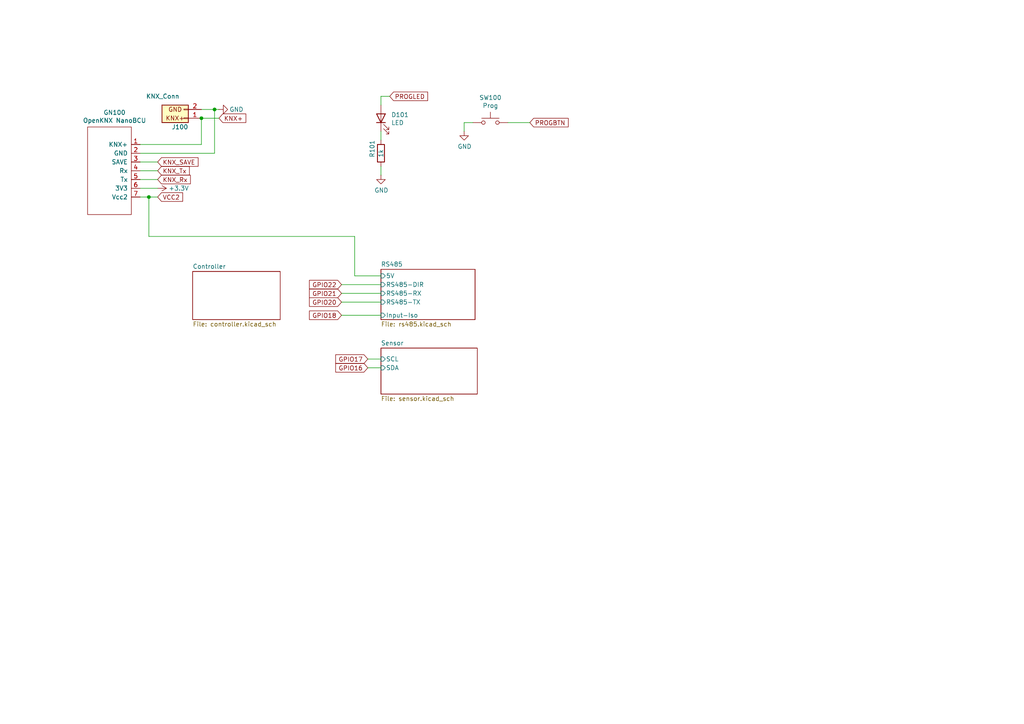
<source format=kicad_sch>
(kicad_sch (version 20231120) (generator "eeschema") (generator_version "8.0")
  (paper "A4")
  (title_block (title "UP1-GW-RS485") (date "2025-09-19") (rev "V00.10") (company "OpenKNX") (comment 1 "by Ing-Dom <dom@ing-dom.de>") (comment 2 "OpenKNX Open Hardware under CC BY-NC-SA 4.0") (comment 3 "Isolated RS485 Master with isolated Binary Input and I2C Sensor support") (comment 4 "https://OpenKNX.de"))
  (lib_symbols
    (symbol "Device:LED" (pin_numbers hide) (pin_names (offset 1.016) hide)
      (property "Reference" "D" (at 0 2.54 0))
      (property "Value" "LED" (at 0 -2.54 0))
      (symbol "LED_0_1"
        (polyline (pts (xy -1.27 -1.27) (xy -1.27 1.27)) (stroke (width 0.254)))
        (polyline (pts (xy -1.27 0) (xy 1.27 0)))
        (polyline (pts (xy 1.27 -1.27) (xy 1.27 1.27) (xy -1.27 0) (xy 1.27 -1.27)) (stroke (width 0.254)))
        (polyline (pts (xy -3.048 -0.762) (xy -4.572 -2.286) (xy -3.81 -2.286) (xy -4.572 -2.286) (xy -4.572 -1.524)))
        (polyline (pts (xy -1.778 -0.762) (xy -3.302 -2.286) (xy -2.54 -2.286) (xy -3.302 -2.286) (xy -3.302 -1.524)))
      )
      (symbol "LED_1_1"
        (pin passive line (at -3.81 0 0) (length 2.54) (name "K") (number "1"))
        (pin passive line (at 3.81 0 180) (length 2.54) (name "A") (number "2"))
      )
    )
    (symbol "Device:R" (pin_numbers hide) (pin_names (offset 0))
      (property "Reference" "R" (at 2.032 0 90))
      (property "Value" "R" (at 0 0 90))
      (symbol "R_0_1"
        (rectangle (start -1.016 -2.54) (end 1.016 2.54) (stroke (width 0.254)))
      )
      (symbol "R_1_1"
        (pin passive line (at 0 3.81 270) (length 1.27) (name "~") (number "1"))
        (pin passive line (at 0 -3.81 90) (length 1.27) (name "~") (number "2"))
      )
    )
    (symbol "OpenKNX:Conn_KNX" (pin_names (offset 1.016) hide)
      (property "Reference" "J" (at 0 2.54 0))
      (property "Value" "Conn_KNX" (at 0 -5.08 0))
      (symbol "Conn_KNX_0_0"
        (text "GND" (at 2.54 -2.54 0) (effects (font (size 1.27 1.27))))
        (text "KNX+" (at 2.54 0 0) (effects (font (size 1.27 1.27))))
      )
      (symbol "Conn_KNX_1_1"
        (rectangle (start -1.27 -2.413) (end 0 -2.667) (stroke (width 0.1524)))
        (rectangle (start -1.27 0.127) (end 0 -0.127) (stroke (width 0.1524)))
        (rectangle (start -1.27 1.27) (end 6.35 -3.81) (stroke (width 0.254)) (fill (type background)))
        (pin passive line (at -5.08 0 0) (length 3.81) (name "Pin_1") (number "1"))
        (pin passive line (at -5.08 -2.54 0) (length 3.81) (name "Pin_2") (number "2"))
      )
    )
    (symbol "OpenKNX:OpenKNX_BCU" (pin_names (offset 1.016))
      (property "Reference" "GN" (at -5.08 13.97 0))
      (property "Value" "OpenKNX_BCU" (at -3.175 0 90))
      (symbol "OpenKNX_BCU_0_1"
        (rectangle (start 6.35 12.7) (end -6.35 -12.7))
      )
      (symbol "OpenKNX_BCU_1_1"
        (pin bidirectional line (at 8.89 7.62 180) (length 2.54) (name "KNX+") (number "1"))
        (pin bidirectional line (at 8.89 5.08 180) (length 2.54) (name "GND") (number "2"))
        (pin output line (at 8.89 2.54 180) (length 2.54) (name "SAVE") (number "3"))
        (pin input line (at 8.89 0 180) (length 2.54) (name "Rx") (number "4"))
        (pin output line (at 8.89 -2.54 180) (length 2.54) (name "Tx") (number "5"))
        (pin power_out line (at 8.89 -5.08 180) (length 2.54) (name "3V3") (number "6"))
        (pin power_out line (at 8.89 -7.62 180) (length 2.54) (name "Vcc2") (number "7"))
      )
    )
    (symbol "Switch:SW_Push" (pin_numbers hide) (pin_names (offset 1.016) hide)
      (property "Reference" "SW" (at 1.27 2.54 0))
      (property "Value" "SW_Push" (at 0 -1.524 0))
      (symbol "SW_Push_0_1"
        (circle (center -2.032 0) (radius 0.508))
        (polyline (pts (xy 0 1.27) (xy 0 3.048)))
        (polyline (pts (xy 2.54 1.27) (xy -2.54 1.27)))
        (circle (center 2.032 0) (radius 0.508))
        (pin passive line (at -5.08 0 0) (length 2.54) (name "1") (number "1"))
        (pin passive line (at 5.08 0 180) (length 2.54) (name "2") (number "2"))
      )
    )
    (symbol "power:+3.3V" (power) (pin_numbers hide) (pin_names (offset 0) hide)
      (property "Value" "+3.3V" (at 0 3.556 0))
      (symbol "+3.3V_0_1"
        (polyline (pts (xy -0.762 1.27) (xy 0 2.54)))
        (polyline (pts (xy 0 0) (xy 0 2.54)))
        (polyline (pts (xy 0 2.54) (xy 0.762 1.27)))
      )
      (symbol "+3.3V_1_1"
        (pin power_in line (at 0 0 90) (length 0) (name "~") (number "1"))
      )
    )
    (symbol "power:GND" (power) (pin_numbers hide) (pin_names (offset 0) hide)
      (property "Value" "GND" (at 0 -3.81 0))
      (symbol "GND_0_1"
        (polyline (pts (xy 0 0) (xy 0 -1.27) (xy 1.27 -1.27) (xy 0 -2.54) (xy -1.27 -1.27) (xy 0 -1.27)))
      )
      (symbol "GND_1_1"
        (pin power_in line (at 0 0 270) (length 0) (name "~") (number "1"))
      )
    )
  )
  (junction (at 58.42 34.29))
  (junction (at 62.23 31.75))
  (junction (at 43.18 57.15))
  (wire (pts (xy 58.42 34.29) (xy 58.42 41.91)))
  (wire (pts (xy 102.87 68.58) (xy 102.87 80.01)))
  (wire (pts (xy 113.03 27.94) (xy 110.49 27.94)))
  (wire (pts (xy 110.49 27.94) (xy 110.49 30.48)))
  (wire (pts (xy 58.42 34.29) (xy 63.5 34.29)))
  (wire (pts (xy 40.64 52.07) (xy 45.72 52.07)))
  (wire (pts (xy 110.49 38.1) (xy 110.49 40.64)))
  (wire (pts (xy 43.18 57.15) (xy 43.18 68.58)))
  (wire (pts (xy 99.06 87.63) (xy 110.49 87.63)))
  (wire (pts (xy 106.68 104.14) (xy 110.49 104.14)))
  (wire (pts (xy 134.62 35.56) (xy 134.62 38.1)))
  (wire (pts (xy 45.72 49.53) (xy 40.64 49.53)))
  (wire (pts (xy 43.18 57.15) (xy 45.72 57.15)))
  (wire (pts (xy 106.68 106.68) (xy 110.49 106.68)))
  (wire (pts (xy 62.23 31.75) (xy 63.5 31.75)))
  (wire (pts (xy 153.67 35.56) (xy 147.32 35.56)))
  (wire (pts (xy 58.42 31.75) (xy 62.23 31.75)))
  (wire (pts (xy 58.42 41.91) (xy 40.64 41.91)))
  (wire (pts (xy 99.06 82.55) (xy 110.49 82.55)))
  (wire (pts (xy 99.06 85.09) (xy 110.49 85.09)))
  (wire (pts (xy 40.64 46.99) (xy 45.72 46.99)))
  (wire (pts (xy 99.06 91.44) (xy 110.49 91.44)))
  (wire (pts (xy 102.87 80.01) (xy 110.49 80.01)))
  (wire (pts (xy 62.23 44.45) (xy 62.23 31.75)))
  (wire (pts (xy 40.64 44.45) (xy 62.23 44.45)))
  (wire (pts (xy 43.18 68.58) (xy 102.87 68.58)))
  (wire (pts (xy 45.72 54.61) (xy 40.64 54.61)))
  (wire (pts (xy 137.16 35.56) (xy 134.62 35.56)))
  (wire (pts (xy 40.64 57.15) (xy 43.18 57.15)))
  (wire (pts (xy 110.49 48.26) (xy 110.49 50.8)))
  (global_label "GPIO22" (shape input) (at 99.06 82.55 180) (property "Intersheetrefs" "${INTERSHEET_REFS}" (effects (hide yes))))
  (global_label "PROGLED" (shape input) (at 113.03 27.94 0) (property "Intersheetrefs" "${INTERSHEET_REFS}" (effects (hide yes))))
  (global_label "PROGBTN" (shape input) (at 153.67 35.56 0) (property "Intersheetrefs" "${INTERSHEET_REFS}" (effects (hide yes))))
  (global_label "KNX_Tx" (shape input) (at 45.72 49.53 0) (property "Intersheetrefs" "${INTERSHEET_REFS}" (effects (hide yes))))
  (global_label "KNX_Rx" (shape input) (at 45.72 52.07 0) (property "Intersheetrefs" "${INTERSHEET_REFS}" (effects (hide yes))))
  (global_label "GPIO17" (shape input) (at 106.68 104.14 180) (property "Intersheetrefs" "${INTERSHEET_REFS}" (effects (hide yes))))
  (global_label "GPIO20" (shape input) (at 99.06 87.63 180) (property "Intersheetrefs" "${INTERSHEET_REFS}" (effects (hide yes))))
  (global_label "GPIO18" (shape input) (at 99.06 91.44 180) (property "Intersheetrefs" "${INTERSHEET_REFS}" (effects (hide yes))))
  (global_label "GPIO16" (shape input) (at 106.68 106.68 180) (property "Intersheetrefs" "${INTERSHEET_REFS}" (effects (hide yes))))
  (global_label "GPIO21" (shape input) (at 99.06 85.09 180) (property "Intersheetrefs" "${INTERSHEET_REFS}" (effects (hide yes))))
  (global_label "KNX+" (shape input) (at 63.5 34.29 0) (property "Intersheetrefs" "${INTERSHEET_REFS}" (effects (hide yes))))
  (global_label "VCC2" (shape input) (at 45.72 57.15 0) (property "Intersheetrefs" "${INTERSHEET_REFS}" (effects (hide yes))))
  (global_label "KNX_SAVE" (shape input) (at 45.72 46.99 0) (property "Intersheetrefs" "${INTERSHEET_REFS}" (effects (hide yes))))
  (symbol (lib_id "power:GND") (at 63.5 31.75 90) (unit 1)
    (property "Reference" "#PWR0103" (effects (hide yes)))
    (property "Value" "GND" (at 68.58 31.75 90))
    (property "Description" "Power symbol creates a global label with name \"GND\" , ground" (effects (hide yes)))
  )
  (symbol (lib_id "OpenKNX:Conn_KNX") (at 53.34 34.29 180) (unit 1) (in_bom no)
    (property "Reference" "J100" (at 54.61 36.83 0) (effects (justify left)))
    (property "Value" "KNX_Conn" (at 52.07 27.94 0) (effects (justify left)))
    (property "Footprint" "OpenKNX:KNX_Connector" (effects (hide yes)))
  )
  (symbol (lib_id "OpenKNX:OpenKNX_BCU") (at 31.75 49.53 0) (unit 1)
    (property "Reference" "GN100" (at 33.2232 32.639 0))
    (property "Value" "OpenKNX NanoBCU" (at 33.2232 34.9504 0))
    (property "Footprint" "OpenKNX:NanoBCU_PinHeader_SMD_low_profile" (effects (hide yes)))
  )
  (symbol (lib_id "Device:LED") (at 110.49 34.29 90) (unit 1)
    (property "Reference" "D101" (at 113.4618 33.2994 90) (effects (justify right)))
    (property "Value" "LED" (at 113.4618 35.6108 90) (effects (justify right)))
    (property "Footprint" "LED_SMD:LED_0603_1608Metric" (effects (hide yes)))
  )
  (symbol (lib_id "Device:R") (at 110.49 44.45 0) (unit 1)
    (property "Reference" "R101" (at 107.95 45.72 90) (effects (justify left)))
    (property "Value" "1k" (at 110.49 45.72 90) (effects (justify left)))
    (property "Footprint" "Resistor_SMD:R_0402_1005Metric" (effects (hide yes)))
  )
  (symbol (lib_id "power:GND") (at 110.49 50.8 0) (unit 1)
    (property "Reference" "#PWR0104" (effects (hide yes)))
    (property "Value" "GND" (at 110.617 55.1942 0))
    (property "Description" "Power symbol creates a global label with name \"GND\" , ground" (effects (hide yes)))
  )
  (symbol (lib_id "power:GND") (at 134.62 38.1 0) (unit 1)
    (property "Reference" "#PWR0105" (effects (hide yes)))
    (property "Value" "GND" (at 134.747 42.4942 0))
    (property "Description" "Power symbol creates a global label with name \"GND\" , ground" (effects (hide yes)))
  )
  (symbol (lib_id "Switch:SW_Push") (at 142.24 35.56 0) (unit 1)
    (property "Reference" "SW100" (at 142.24 28.321 0))
    (property "Value" "Prog" (at 142.24 30.6324 0))
    (property "Footprint" "EasyEDAModLib:C455282_SW-SMD_4P-L4.2-W3.3-P2.15-LS5.1" (effects (hide yes)))
  )
  (symbol (lib_id "power:+3.3V") (at 45.72 54.61 270) (unit 1)
    (property "Reference" "#PWR01" (effects (hide yes)))
    (property "Value" "+3.3V" (at 48.895 54.61 90) (effects (justify left)))
    (property "Description" "Power symbol creates a global label with name \"+3.3V\"" (effects (hide yes)))
  )
  (sheet (at 55.88 78.74) (size 25.4 13.97)
    (property "Sheetname" "Controller" (at 55.88 78.0284 0) (effects (justify left bottom)))
    (property "Sheetfile" "controller.kicad_sch" (at 55.88 93.2946 0) (effects (justify left top)))
  )
  (sheet (at 110.49 100.965) (size 27.94 13.335) (stroke (width 0.1524))
    (property "Sheetname" "Sensor" (at 110.49 100.2534 0) (effects (justify left bottom)))
    (property "Sheetfile" "sensor.kicad_sch" (at 110.49 114.8846 0) (effects (justify left top)))
    (pin "SCL" input (at 110.49 104.14 180))
    (pin "SDA" input (at 110.49 106.68 180))
  )
  (sheet (at 110.49 78.105) (size 27.305 14.605) (stroke (width 0.1524))
    (property "Sheetname" "RS485" (at 110.49 77.3934 0) (effects (justify left bottom)))
    (property "Sheetfile" "rs485.kicad_sch" (at 110.49 93.2946 0) (effects (justify left top)))
    (pin "5V" input (at 110.49 80.01 180))
    (pin "RS485-DIR" input (at 110.49 82.55 180))
    (pin "RS485-RX" input (at 110.49 85.09 180))
    (pin "RS485-TX" input (at 110.49 87.63 180))
    (pin "Input-Iso" input (at 110.49 91.44 180))
  )
)
</source>
